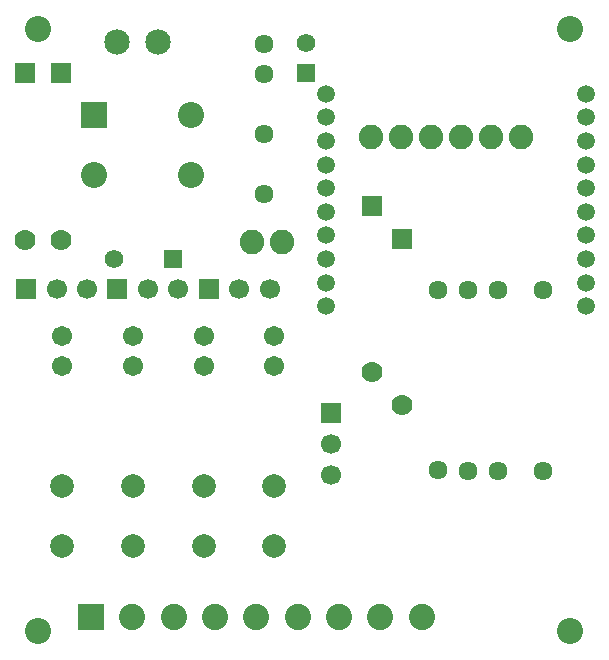
<source format=gbr>
G04 EAGLE Gerber RS-274X export*
G75*
%MOMM*%
%FSLAX34Y34*%
%LPD*%
%INSoldermask Top*%
%IPPOS*%
%AMOC8*
5,1,8,0,0,1.08239X$1,22.5*%
G01*
%ADD10C,2.203200*%
%ADD11R,2.213200X2.213200*%
%ADD12C,2.213200*%
%ADD13R,1.778200X1.778200*%
%ADD14C,1.778200*%
%ADD15C,2.153200*%
%ADD16R,2.228200X2.228200*%
%ADD17C,2.228200*%
%ADD18C,1.711200*%
%ADD19C,2.003200*%
%ADD20C,1.611200*%
%ADD21R,1.696200X1.696200*%
%ADD22C,1.696200*%
%ADD23C,1.511200*%
%ADD24R,1.561200X1.561200*%
%ADD25C,1.561200*%
%ADD26C,2.082800*%


D10*
X30000Y30000D03*
X480000Y30000D03*
X480000Y540000D03*
X30000Y540000D03*
D11*
X77190Y467320D03*
D12*
X77190Y416320D03*
X159690Y416320D03*
X159690Y467320D03*
D13*
X18830Y502400D03*
D14*
X18830Y361400D03*
D13*
X49610Y502400D03*
D14*
X49610Y361400D03*
D13*
X312450Y390130D03*
D14*
X312450Y249130D03*
D13*
X338370Y362530D03*
D14*
X338370Y221530D03*
D15*
X131430Y529120D03*
X96430Y529120D03*
D16*
X74650Y42220D03*
D17*
X109650Y42220D03*
X144650Y42220D03*
X179650Y42220D03*
X214650Y42220D03*
X249650Y42220D03*
X284650Y42220D03*
X319650Y42220D03*
X354650Y42220D03*
D18*
X50000Y279880D03*
X50000Y254480D03*
D19*
X50000Y152880D03*
X50000Y102080D03*
D18*
X110000Y279880D03*
X110000Y254480D03*
D19*
X110000Y152880D03*
X110000Y102080D03*
D18*
X170000Y279880D03*
X170000Y254480D03*
D19*
X170000Y152880D03*
X170000Y102080D03*
D18*
X230000Y279880D03*
X230000Y254480D03*
D19*
X230000Y152880D03*
X230000Y102080D03*
D20*
X220950Y527560D03*
X220950Y502160D03*
X220950Y451360D03*
X220950Y400560D03*
D21*
X19580Y320000D03*
D22*
X45580Y320000D03*
X71580Y320000D03*
D21*
X96680Y320000D03*
D22*
X122680Y320000D03*
X148680Y320000D03*
D21*
X174310Y320000D03*
D22*
X200310Y320000D03*
X226310Y320000D03*
D21*
X278300Y214730D03*
D22*
X278300Y188730D03*
X278300Y162730D03*
D20*
X368190Y166230D03*
X368190Y319230D03*
X394150Y166070D03*
X394150Y319070D03*
X419580Y166050D03*
X419580Y319050D03*
X457000Y166050D03*
X457000Y319050D03*
D23*
X273540Y485130D03*
X273540Y465130D03*
X273540Y445130D03*
X273540Y425130D03*
X273540Y405130D03*
X273540Y385130D03*
X273540Y365130D03*
X273540Y345130D03*
X273540Y325130D03*
X273540Y305130D03*
X493540Y305130D03*
X493540Y325130D03*
X493540Y345130D03*
X493540Y365130D03*
X493540Y385130D03*
X493540Y405130D03*
X493540Y425130D03*
X493540Y445130D03*
X493540Y465130D03*
X493540Y485130D03*
D24*
X143830Y344990D03*
D25*
X93830Y344990D03*
D24*
X257000Y502320D03*
D25*
X257000Y527720D03*
D26*
X311420Y448890D03*
X336820Y448890D03*
X362220Y448890D03*
X387620Y448890D03*
X413020Y448890D03*
X438420Y448890D03*
X236510Y360000D03*
X211110Y360000D03*
M02*

</source>
